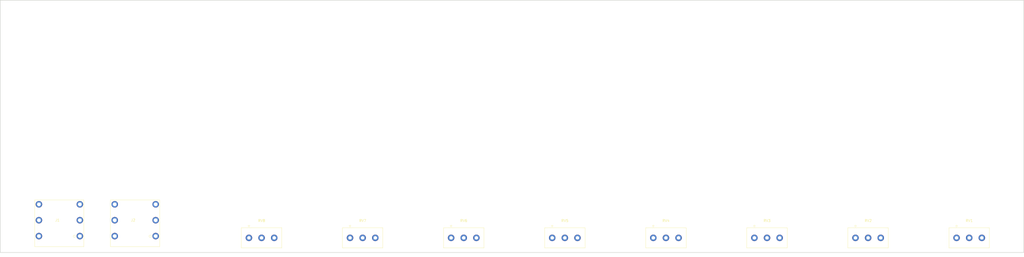
<source format=kicad_pcb>
(kicad_pcb (version 20241229) (generator "pcbnew") (generator_version "9.0")
  (layers (0 "F.Cu" signal) (4 "In1.Cu" signal) (6 "In2.Cu" signal) (8 "In3.Cu" signal) (10 "In4.Cu" signal) (2 "B.Cu" signal) (13 "F.Paste" user) (15 "B.Paste" user) (5 "F.SilkS" user "F.Silkscreen") (7 "B.SilkS" user "B.Silkscreen") (1 "F.Mask" user) (3 "B.Mask" user) (25 "Edge.Cuts" user))
  (net 0 "")
  (footprint "wb50_footprints:WB50_Jack_TRS_6pin_16.2mm" (layer "F.Cu") (at 142.9 263.2)
    (property "Reference" "J1" (at -0.8 0 0) (layer "F.SilkS"))
    (property "Value" "IN")
    (fp_line (start -9.8 -8) (end 9.7 -8) (stroke (width 0.12)) (layer "F.SilkS"))
    (fp_line (start -9.8 10.45) (end -9.8 -8) (stroke (width 0.12)) (layer "F.SilkS"))
    (fp_line (start 9.7 -8) (end 9.7 10.45) (stroke (width 0.12)) (layer "F.SilkS"))
    (fp_line (start 9.7 10.45) (end -9.8 10.45) (stroke (width 0.12)) (layer "F.SilkS"))
    (fp_circle (center 5.9 6.35) (end 5.9 5.9) (stroke (width 0.12)) (fill no) (layer "F.SilkS"))
    (pad "1" thru_hole circle (at 8.1 6.3 270) (size 2.6 2.6) (drill 1.5) (layers "*.Cu" "*.Mask"))
    (pad "2" thru_hole circle (at 8.1 -6.3 270) (size 2.6 2.6) (drill 1.5) (layers "*.Cu" "*.Mask"))
    (pad "3" thru_hole circle (at 8.1 0 270) (size 2.6 2.6) (drill 1.5) (layers "*.Cu" "*.Mask"))
    (pad "4" thru_hole circle (at -8.1 -6.3 270) (size 2.6 2.6) (drill 1.5) (layers "*.Cu" "*.Mask"))
    (pad "5" thru_hole circle (at -8.1 0 270) (size 2.6 2.6) (drill 1.5) (layers "*.Cu" "*.Mask"))
    (pad "6" thru_hole circle (at -8.1 6.3 270) (size 2.6 2.6) (drill 1.5) (layers "*.Cu" "*.Mask"))
  )
  (footprint "wb50_footprints:WB50_Pot_Omeg_PC20BU_P5.00mm" (layer "F.Cu") (at 382.9 270.2)
    (property "Reference" "RV4" (at 0 -6.8 0) (layer "F.SilkS"))
    (property "Value" "Treble")
    (fp_line (start -8 -4) (end 8 -4) (stroke (width 0.12)) (layer "F.SilkS"))
    (fp_line (start -8 4) (end -8 -4) (stroke (width 0.12)) (layer "F.SilkS"))
    (fp_line (start 8 -4) (end 8 4) (stroke (width 0.12)) (layer "F.SilkS"))
    (fp_line (start 8 4) (end -8 4) (stroke (width 0.12)) (layer "F.SilkS"))
    (fp_circle (center -5 -4.7) (end -4.7 -4.7) (stroke (width 0.12)) (fill no) (layer "F.SilkS"))
    (pad "1" thru_hole circle (at -5 0) (size 2.6 2.6) (drill 1.4) (layers "*.Cu" "*.Mask"))
    (pad "2" thru_hole circle (at 0 0) (size 2.6 2.6) (drill 1.4) (layers "*.Cu" "*.Mask"))
    (pad "3" thru_hole circle (at 5 0) (size 2.6 2.6) (drill 1.4) (layers "*.Cu" "*.Mask"))
  )
  (footprint "wb50_footprints:WB50_Pot_Omeg_PC20BU_P5.00mm" (layer "F.Cu") (at 502.9 270.2)
    (property "Reference" "RV1" (at 0 -6.8 0) (layer "F.SilkS"))
    (property "Value" "Presence")
    (fp_line (start -8 -4) (end 8 -4) (stroke (width 0.12)) (layer "F.SilkS"))
    (fp_line (start -8 4) (end -8 -4) (stroke (width 0.12)) (layer "F.SilkS"))
    (fp_line (start 8 -4) (end 8 4) (stroke (width 0.12)) (layer "F.SilkS"))
    (fp_line (start 8 4) (end -8 4) (stroke (width 0.12)) (layer "F.SilkS"))
    (fp_circle (center -5 -4.7) (end -4.7 -4.7) (stroke (width 0.12)) (fill no) (layer "F.SilkS"))
    (pad "1" thru_hole circle (at -5 0) (size 2.6 2.6) (drill 1.4) (layers "*.Cu" "*.Mask"))
    (pad "2" thru_hole circle (at 0 0) (size 2.6 2.6) (drill 1.4) (layers "*.Cu" "*.Mask"))
    (pad "3" thru_hole circle (at 5 0) (size 2.6 2.6) (drill 1.4) (layers "*.Cu" "*.Mask"))
  )
  (footprint "wb50_footprints:WB50_Pot_Omeg_PC20BU_P5.00mm" (layer "F.Cu") (at 422.9 270.2)
    (property "Reference" "RV3" (at 0 -6.8 0) (layer "F.SilkS"))
    (property "Value" "Mid")
    (fp_line (start -8 -4) (end 8 -4) (stroke (width 0.12)) (layer "F.SilkS"))
    (fp_line (start -8 4) (end -8 -4) (stroke (width 0.12)) (layer "F.SilkS"))
    (fp_line (start 8 -4) (end 8 4) (stroke (width 0.12)) (layer "F.SilkS"))
    (fp_line (start 8 4) (end -8 4) (stroke (width 0.12)) (layer "F.SilkS"))
    (fp_circle (center -5 -4.7) (end -4.7 -4.7) (stroke (width 0.12)) (fill no) (layer "F.SilkS"))
    (pad "1" thru_hole circle (at -5 0) (size 2.6 2.6) (drill 1.4) (layers "*.Cu" "*.Mask"))
    (pad "2" thru_hole circle (at 0 0) (size 2.6 2.6) (drill 1.4) (layers "*.Cu" "*.Mask"))
    (pad "3" thru_hole circle (at 5 0) (size 2.6 2.6) (drill 1.4) (layers "*.Cu" "*.Mask"))
  )
  (footprint "wb50_footprints:WB50_Pot_Omeg_PC20BU_P5.00mm" (layer "F.Cu") (at 462.9 270.2)
    (property "Reference" "RV2" (at 0 -6.8 0) (layer "F.SilkS"))
    (property "Value" "Bass")
    (fp_line (start -8 -4) (end 8 -4) (stroke (width 0.12)) (layer "F.SilkS"))
    (fp_line (start -8 4) (end -8 -4) (stroke (width 0.12)) (layer "F.SilkS"))
    (fp_line (start 8 -4) (end 8 4) (stroke (width 0.12)) (layer "F.SilkS"))
    (fp_line (start 8 4) (end -8 4) (stroke (width 0.12)) (layer "F.SilkS"))
    (fp_circle (center -5 -4.7) (end -4.7 -4.7) (stroke (width 0.12)) (fill no) (layer "F.SilkS"))
    (pad "1" thru_hole circle (at -5 0) (size 2.6 2.6) (drill 1.4) (layers "*.Cu" "*.Mask"))
    (pad "2" thru_hole circle (at 0 0) (size 2.6 2.6) (drill 1.4) (layers "*.Cu" "*.Mask"))
    (pad "3" thru_hole circle (at 5 0) (size 2.6 2.6) (drill 1.4) (layers "*.Cu" "*.Mask"))
  )
  (footprint "wb50_footprints:WB50_Pot_Omeg_PC20BU_P5.00mm" (layer "F.Cu") (at 262.9 270.2)
    (property "Reference" "RV7" (at 0 -6.8 0) (layer "F.SilkS"))
    (property "Value" "Gain1")
    (fp_line (start -8 -4) (end 8 -4) (stroke (width 0.12)) (layer "F.SilkS"))
    (fp_line (start -8 4) (end -8 -4) (stroke (width 0.12)) (layer "F.SilkS"))
    (fp_line (start 8 -4) (end 8 4) (stroke (width 0.12)) (layer "F.SilkS"))
    (fp_line (start 8 4) (end -8 4) (stroke (width 0.12)) (layer "F.SilkS"))
    (fp_circle (center -5 -4.7) (end -4.7 -4.7) (stroke (width 0.12)) (fill no) (layer "F.SilkS"))
    (pad "1" thru_hole circle (at -5 0) (size 2.6 2.6) (drill 1.4) (layers "*.Cu" "*.Mask"))
    (pad "2" thru_hole circle (at 0 0) (size 2.6 2.6) (drill 1.4) (layers "*.Cu" "*.Mask"))
    (pad "3" thru_hole circle (at 5 0) (size 2.6 2.6) (drill 1.4) (layers "*.Cu" "*.Mask"))
  )
  (footprint "wb50_footprints:WB50_Jack_TRS_6pin_16.2mm" (layer "F.Cu") (at 172.9 263.2)
    (property "Reference" "J2" (at -0.8 0 0) (layer "F.SilkS"))
    (property "Value" "SW")
    (fp_line (start -9.8 -8) (end 9.7 -8) (stroke (width 0.12)) (layer "F.SilkS"))
    (fp_line (start -9.8 10.45) (end -9.8 -8) (stroke (width 0.12)) (layer "F.SilkS"))
    (fp_line (start 9.7 -8) (end 9.7 10.45) (stroke (width 0.12)) (layer "F.SilkS"))
    (fp_line (start 9.7 10.45) (end -9.8 10.45) (stroke (width 0.12)) (layer "F.SilkS"))
    (fp_circle (center 5.9 6.35) (end 5.9 5.9) (stroke (width 0.12)) (fill no) (layer "F.SilkS"))
    (pad "1" thru_hole circle (at 8.1 6.3 270) (size 2.6 2.6) (drill 1.5) (layers "*.Cu" "*.Mask"))
    (pad "2" thru_hole circle (at 8.1 -6.3 270) (size 2.6 2.6) (drill 1.5) (layers "*.Cu" "*.Mask"))
    (pad "3" thru_hole circle (at 8.1 0 270) (size 2.6 2.6) (drill 1.5) (layers "*.Cu" "*.Mask"))
    (pad "4" thru_hole circle (at -8.1 -6.3 270) (size 2.6 2.6) (drill 1.5) (layers "*.Cu" "*.Mask"))
    (pad "5" thru_hole circle (at -8.1 0 270) (size 2.6 2.6) (drill 1.5) (layers "*.Cu" "*.Mask"))
    (pad "6" thru_hole circle (at -8.1 6.3 270) (size 2.6 2.6) (drill 1.5) (layers "*.Cu" "*.Mask"))
  )
  (footprint "wb50_footprints:WB50_Pot_Omeg_PC20BU_P5.00mm" (layer "F.Cu") (at 342.9 270.2)
    (property "Reference" "RV5" (at 0 -6.8 0) (layer "F.SilkS"))
    (property "Value" "Vol1")
    (fp_line (start -8 -4) (end 8 -4) (stroke (width 0.12)) (layer "F.SilkS"))
    (fp_line (start -8 4) (end -8 -4) (stroke (width 0.12)) (layer "F.SilkS"))
    (fp_line (start 8 -4) (end 8 4) (stroke (width 0.12)) (layer "F.SilkS"))
    (fp_line (start 8 4) (end -8 4) (stroke (width 0.12)) (layer "F.SilkS"))
    (fp_circle (center -5 -4.7) (end -4.7 -4.7) (stroke (width 0.12)) (fill no) (layer "F.SilkS"))
    (pad "1" thru_hole circle (at -5 0) (size 2.6 2.6) (drill 1.4) (layers "*.Cu" "*.Mask"))
    (pad "2" thru_hole circle (at 0 0) (size 2.6 2.6) (drill 1.4) (layers "*.Cu" "*.Mask"))
    (pad "3" thru_hole circle (at 5 0) (size 2.6 2.6) (drill 1.4) (layers "*.Cu" "*.Mask"))
  )
  (footprint "wb50_footprints:WB50_Pot_Omeg_PC20BU_P5.00mm" (layer "F.Cu") (at 302.9 270.2)
    (property "Reference" "RV6" (at 0 -6.8 0) (layer "F.SilkS"))
    (property "Value" "Vol2")
    (fp_line (start -8 -4) (end 8 -4) (stroke (width 0.12)) (layer "F.SilkS"))
    (fp_line (start -8 4) (end -8 -4) (stroke (width 0.12)) (layer "F.SilkS"))
    (fp_line (start 8 -4) (end 8 4) (stroke (width 0.12)) (layer "F.SilkS"))
    (fp_line (start 8 4) (end -8 4) (stroke (width 0.12)) (layer "F.SilkS"))
    (fp_circle (center -5 -4.7) (end -4.7 -4.7) (stroke (width 0.12)) (fill no) (layer "F.SilkS"))
    (pad "1" thru_hole circle (at -5 0) (size 2.6 2.6) (drill 1.4) (layers "*.Cu" "*.Mask"))
    (pad "2" thru_hole circle (at 0 0) (size 2.6 2.6) (drill 1.4) (layers "*.Cu" "*.Mask"))
    (pad "3" thru_hole circle (at 5 0) (size 2.6 2.6) (drill 1.4) (layers "*.Cu" "*.Mask"))
  )
  (footprint "wb50_footprints:WB50_Pot_Omeg_PC20BU_P5.00mm" (layer "F.Cu") (at 222.9 270.2)
    (property "Reference" "RV8" (at 0 -6.8 0) (layer "F.SilkS"))
    (property "Value" "Gain2")
    (fp_line (start -8 -4) (end 8 -4) (stroke (width 0.12)) (layer "F.SilkS"))
    (fp_line (start -8 4) (end -8 -4) (stroke (width 0.12)) (layer "F.SilkS"))
    (fp_line (start 8 -4) (end 8 4) (stroke (width 0.12)) (layer "F.SilkS"))
    (fp_line (start 8 4) (end -8 4) (stroke (width 0.12)) (layer "F.SilkS"))
    (fp_circle (center -5 -4.7) (end -4.7 -4.7) (stroke (width 0.12)) (fill no) (layer "F.SilkS"))
    (pad "1" thru_hole circle (at -5 0) (size 2.6 2.6) (drill 1.4) (layers "*.Cu" "*.Mask"))
    (pad "2" thru_hole circle (at 0 0) (size 2.6 2.6) (drill 1.4) (layers "*.Cu" "*.Mask"))
    (pad "3" thru_hole circle (at 5 0) (size 2.6 2.6) (drill 1.4) (layers "*.Cu" "*.Mask"))
  )
  (gr_rect (start 119.5 176) (end 524.5 276) (stroke (width 0.2)) (fill no) (layer "Edge.Cuts"))
)
</source>
